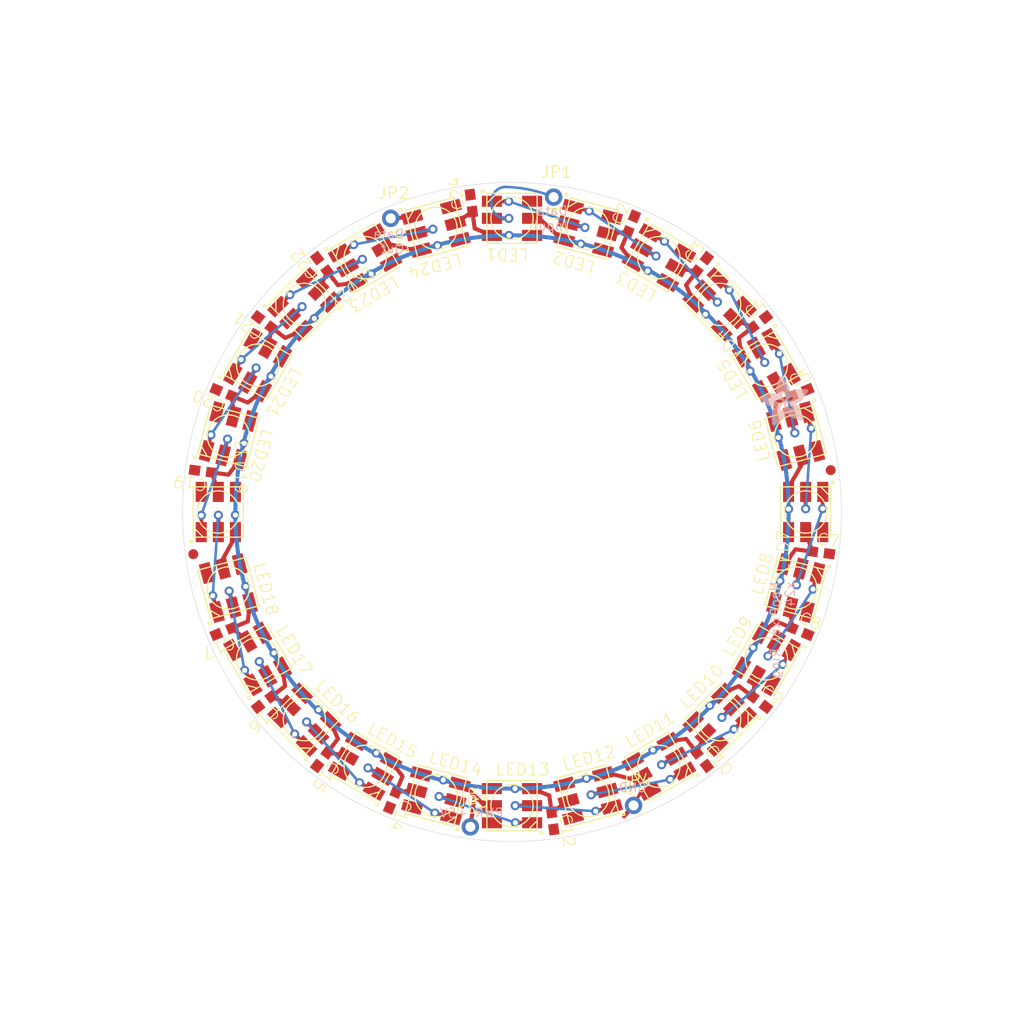
<source format=kicad_pcb>
(kicad_pcb (version 20240108) (generator "pcbnew") (generator_version "8.0")
  (layers (0 "F.Cu" signal) (31 "B.Cu" signal) (34 "B.Paste" user) (35 "F.Paste" user) (36 "B.SilkS" user "B.Silkscreen") (37 "F.SilkS" user "F.Silkscreen") (38 "B.Mask" user) (39 "F.Mask" user) (44 "Edge.Cuts" user))
  (net 0 "")
  (net 1 "N$1")
  (net 2 "N$2")
  (net 3 "N$3")
  (net 4 "N$4")
  (net 5 "N$5")
  (net 6 "N$6")
  (net 7 "N$7")
  (net 8 "N$8")
  (net 9 "N$9")
  (net 10 "N$10")
  (net 11 "N$11")
  (net 12 "GND")
  (net 13 "VDD")
  (net 14 "N$12")
  (net 15 "N$13")
  (net 16 "N$14")
  (net 17 "N$15")
  (net 18 "N$16")
  (net 19 "N$17")
  (net 20 "N$18")
  (net 21 "N$19")
  (net 22 "N$20")
  (net 23 "N$21")
  (net 24 "N$22")
  (net 25 "N$23")
  (net 26 "N$24")
  (net 27 "N$26")
  (footprint "FIDUCIAL_1MM" (layer "F.Cu") (at 180.2003 100.838)
    (property "Reference" "FID2" (hide yes))
    (property "Value" "FIDUCIAL\"\"" (hide yes))
  )
  (footprint "1X01-CLEANBIG" (layer "F.Cu") (at 160.5915 134.1882)
    (property "Reference" "JP4")
    (property "Value" "")
  )
  (footprint "WS28115050" (layer "F.Cu") (at 123.204479 119.6086 -60)
    (property "Reference" "LED17")
    (property "Value" "WS28115050")
  )
  (footprint "1X01-CLEANBIG" (layer "F.Cu") (at 144.3609 136.3218)
    (property "Reference" "JP3")
    (property "Value" "")
  )
  (footprint "WS28115050" (layer "F.Cu") (at 163.1061 130.300221 30)
    (property "Reference" "LED11")
    (property "Value" "WS28115050")
  )
  (footprint "C0603" (layer "F.Cu") (at 144.456404 74.280775 97.5)
    (property "Reference" "C24")
    (property "Value" "")
  )
  (footprint "WS28115050" (layer "F.Cu") (at 127.846582 125.658118 -45)
    (property "Reference" "LED16")
    (property "Value" "WS28115050")
  )
  (footprint "WS28115050" (layer "F.Cu") (at 133.8961 79.706979 -150)
    (property "Reference" "LED23")
    (property "Value" "WS28115050")
  )
  (footprint "C0603" (layer "F.Cu") (at 152.545796 135.726425 -82.5)
    (property "Reference" "C12")
    (property "Value" "")
  )
  (footprint "C0603" (layer "F.Cu") (at 173.085506 123.867925 -37.5)
    (property "Reference" "C9")
    (property "Value" "")
  )
  (footprint "WS28115050" (layer "F.Cu") (at 163.1061 79.706979 150)
    (property "Reference" "LED3")
    (property "Value" "WS28115050")
  )
  (footprint "C0603" (layer "F.Cu") (at 167.365425 80.419194 52.5)
    (property "Reference" "C3")
    (property "Value" "")
  )
  (footprint "WS28115050" (layer "F.Cu") (at 133.8961 130.300221 -30)
    (property "Reference" "LED15")
    (property "Value" "WS28115050")
  )
  (footprint "WS28115050" (layer "F.Cu") (at 148.5011 134.2136)
    (property "Reference" "LED13")
    (property "Value" "WS28115050")
  )
  (footprint "WS28115050" (layer "F.Cu") (at 120.286525 112.563656 -75)
    (property "Reference" "LED18")
    (property "Value" "WS28115050")
  )
  (footprint "C0603" (layer "F.Cu") (at 123.916694 123.867925 -142.5)
    (property "Reference" "C16")
    (property "Value" "")
  )
  (footprint "WS28115050" (layer "F.Cu") (at 120.286525 97.443544 -105)
    (property "Reference" "LED20")
    (property "Value" "WS28115050")
  )
  (footprint "C0603" (layer "F.Cu") (at 119.871997 116.862096 -157.5)
    (property "Reference" "C17")
    (property "Value" "")
  )
  (footprint "WS28115050" (layer "F.Cu") (at 173.797721 90.3986 120)
    (property "Reference" "LED5")
    (property "Value" "WS28115050")
  )
  (footprint "C0603" (layer "F.Cu") (at 129.636775 80.419194 127.5)
    (property "Reference" "C22")
    (property "Value" "")
  )
  (footprint "1X01-CLEANBIG" (layer "F.Cu") (at 152.6413 73.6854)
    (property "Reference" "JP1")
    (property "Value" "")
  )
  (footprint "C0603" (layer "F.Cu") (at 129.636775 129.588006 -127.5)
    (property "Reference" "C15")
    (property "Value" "")
  )
  (footprint "1X01-CLEANBIG" (layer "F.Cu") (at 136.4361 75.7936)
    (property "Reference" "JP2")
    (property "Value" "")
  )
  (footprint "WS28115050" (layer "F.Cu") (at 156.061156 76.789025 165)
    (property "Reference" "LED2")
    (property "Value" "WS28115050")
  )
  (footprint "C0603" (layer "F.Cu") (at 136.642604 133.632703 -112.5)
    (property "Reference" "C14")
    (property "Value" "")
  )
  (footprint "FIDUCIAL_1MM" (layer "F.Cu") (at 116.8019 109.1946)
    (property "Reference" "FID1" (hide yes))
    (property "Value" "FIDUCIAL\"\"" (hide yes))
  )
  (footprint "WS28115050" (layer "F.Cu") (at 123.204479 90.3986 -120)
    (property "Reference" "LED21")
    (property "Value" "WS28115050")
  )
  (footprint "C0603" (layer "F.Cu") (at 173.085506 86.139275 37.5)
    (property "Reference" "C4")
    (property "Value" "")
  )
  (footprint "C0603" (layer "F.Cu") (at 179.223925 109.048296 -7.5)
    (property "Reference" "C7")
    (property "Value" "")
  )
  (footprint "WS28115050" (layer "F.Cu") (at 140.941044 133.218175 -15)
    (property "Reference" "LED14")
    (property "Value" "WS28115050")
  )
  (footprint "WS28115050" (layer "F.Cu") (at 140.941044 76.789025 -165)
    (property "Reference" "LED24")
    (property "Value" "WS28115050")
  )
  (footprint "C0603" (layer "F.Cu") (at 167.365425 129.588006 -52.5)
    (property "Reference" "C10")
    (property "Value" "")
  )
  (footprint "C0603" (layer "F.Cu") (at 123.916694 86.139275 142.5)
    (property "Reference" "C21")
    (property "Value" "")
  )
  (footprint "C0603" (layer "F.Cu") (at 177.130203 116.862096 -22.5)
    (property "Reference" "C8")
    (property "Value" "")
  )
  (footprint "WS28115050" (layer "F.Cu") (at 176.715675 97.443544 105)
    (property "Reference" "LED6")
    (property "Value" "WS28115050")
  )
  (footprint "WS28115050" (layer "F.Cu") (at 173.797721 119.6086 60)
    (property "Reference" "LED9")
    (property "Value" "WS28115050")
  )
  (footprint "WS28115050" (layer "F.Cu") (at 169.155618 125.658118 45)
    (property "Reference" "LED10")
    (property "Value" "WS28115050")
  )
  (footprint "WS28115050" (layer "F.Cu") (at 127.846582 84.349082 -135)
    (property "Reference" "LED22")
    (property "Value" "WS28115050")
  )
  (footprint "C0603" (layer "F.Cu") (at 177.130203 93.145104 22.5)
    (property "Reference" "C5")
    (property "Value" "")
  )
  (footprint "WS28115050" (layer "F.Cu") (at 119.2911 105.0036 -90)
    (property "Reference" "LED19")
    (property "Value" "WS28115050")
  )
  (footprint "WS28115050" (layer "F.Cu") (at 176.715675 112.563656 75)
    (property "Reference" "LED8")
    (property "Value" "WS28115050")
  )
  (footprint "WS28115050" (layer "F.Cu") (at 156.061156 133.218175 15)
    (property "Reference" "LED12")
    (property "Value" "WS28115050")
  )
  (footprint "C0603" (layer "F.Cu") (at 119.871997 93.145104 157.5)
    (property "Reference" "C20")
    (property "Value" "")
  )
  (footprint "WS28115050" (layer "F.Cu") (at 177.7111 105.0036 90)
    (property "Reference" "LED7")
    (property "Value" "WS28115050")
  )
  (footprint "WS28115050" (layer "F.Cu") (at 169.155618 84.349082 135)
    (property "Reference" "LED4")
    (property "Value" "WS28115050")
  )
  (footprint "C0603" (layer "F.Cu") (at 117.778275 100.958904 172.5)
    (property "Reference" "C19")
    (property "Value" "")
  )
  (footprint "C0603" (layer "F.Cu") (at 160.359596 76.374497 67.5)
    (property "Reference" "C2")
    (property "Value" "")
  )
  (footprint "WS28115050" (layer "F.Cu") (at 148.5011 75.7936 180)
    (property "Reference" "LED1")
    (property "Value" "WS28115050")
  )
  (footprint "ADAFRUIT_5MM" (layer "B.Cu") (at 177.9651 96.3676 180)
    (property "Reference" "U$1" (hide yes))
    (property "Value" "" (hide yes))
  )
  (gr_arc (start 148.5011 72.2376) (mid 171.670161 81.834539) (end 181.2671 105.0036) (stroke (width 0.05)) (layer "Edge.Cuts"))
  (gr_arc (start 148.5011 137.7696) (mid 125.332039 128.172661) (end 115.7351 105.0036) (stroke (width 0.05)) (layer "Edge.Cuts"))
  (gr_circle (center 148.5011 105.0036) (end 174.6631 105.0036) (stroke (width 0.000253)) (fill none) (layer "Edge.Cuts"))
  (gr_arc (start 115.7351 105.0036) (mid 125.332039 81.834539) (end 148.5011 72.2376) (stroke (width 0.05)) (layer "Edge.Cuts"))
  (gr_arc (start 181.2671 105.0036) (mid 171.670161 128.172661) (end 148.5011 137.7696) (stroke (width 0.05)) (layer "Edge.Cuts"))
  (gr_text "Data\nInput" (at 154.0891 77.0636 0) (layer "B.SilkS") (effects (font (size 0.9144 0.9144) (thickness 0.1016)) (justify left bottom mirror)))
  (gr_text "PWR +5V" (at 147.7391 135.4836 0) (layer "B.SilkS") (effects (font (size 0.9144 0.9144) (thickness 0.1016)) (justify left bottom mirror)))
  (gr_text "NeoPixel Ring\nx24" (at 176.6951 111.8616 90) (layer "B.SilkS") (effects (font (size 0.9144 0.9144) (thickness 0.1016)) (justify left bottom mirror)))
  (gr_text "Data\nOut" (at 137.8331 79.3496 0) (layer "B.SilkS") (effects (font (size 0.9144 0.9144) (thickness 0.1016)) (justify left bottom mirror)))
  (gr_text "GND" (at 161.9631 132.9436 0) (layer "B.SilkS") (effects (font (size 0.9144 0.9144) (thickness 0.1016)) (justify left bottom mirror)))
  (gr_text "IN" (at 153.280364 76.064292 90) (layer "F.SilkS") (effects (font (size 0.9144 0.9144) (thickness 0.1016)) (justify left bottom)))
  (gr_text "OUT" (at 136.5631 76.8858 285) (layer "F.SilkS") (effects (font (size 0.9144 0.9144) (thickness 0.1016)) (justify left bottom)))
  (gr_text "PWR" (at 145.2753 135.2296 90) (layer "F.SilkS") (effects (font (size 0.9144 0.9144) (thickness 0.1016)) (justify left bottom)))
  (gr_text "G" (at 159.6263 133.1976 0) (layer "F.SilkS") (effects (font (size 0.9144 0.9144) (thickness 0.1016)) (justify left bottom)))
  (segment (start 154.129303 76.271388) (end 155.753053 76.708) (width 0.4064) (layer "F.Cu") (net 1))
  (segment (start 146.5011 74.0936) (end 148.164041 74.095357) (width 0.4064) (layer "F.Cu") (net 1))
  (via (at 148.164041 74.095357) (size 0.9064) (drill 0.5) (layers "F.Cu" "B.Cu") (net 1))
  (via (at 155.753053 76.708) (size 0.9064) (drill 0.5) (layers "F.Cu" "B.Cu") (net 1))
  (segment (start 148.164041 74.095357) (end 155.753053 76.708) (width 0.254) (layer "B.Cu") (net 1))
  (segment (start 161.374046 78.706979) (end 162.82924 79.549244) (width 0.4064) (layer "F.Cu") (net 2))
  (segment (start 154.569296 74.629316) (end 156.174946 75.061319) (width 0.4064) (layer "F.Cu") (net 2))
  (via (at 156.174946 75.061319) (size 0.9064) (drill 0.5) (layers "F.Cu" "B.Cu") (net 2))
  (via (at 162.82924 79.549244) (size 0.9064) (drill 0.5) (layers "F.Cu" "B.Cu") (net 2))
  (segment (start 156.174946 75.061319) (end 162.82924 79.549244) (width 0.254) (layer "B.Cu") (net 2))
  (segment (start 162.224046 77.234738) (end 163.663121 78.067663) (width 0.4064) (layer "F.Cu") (net 3))
  (segment (start 167.741403 82.934869) (end 168.92905 84.125054) (width 0.4064) (layer "F.Cu") (net 3))
  (via (at 168.92905 84.125054) (size 0.9064) (drill 0.5) (layers "F.Cu" "B.Cu") (net 3))
  (via (at 163.663121 78.067663) (size 0.9064) (drill 0.5) (layers "F.Cu" "B.Cu") (net 3))
  (segment (start 163.663121 78.067663) (end 168.92905 84.125054) (width 0.254) (layer "B.Cu") (net 3))
  (segment (start 168.943484 81.732788) (end 170.118025 82.909919) (width 0.4064) (layer "F.Cu") (net 4))
  (segment (start 172.797721 88.66655) (end 173.63694 90.123519) (width 0.4064) (layer "F.Cu") (net 4))
  (via (at 173.63694 90.123519) (size 0.9064) (drill 0.5) (layers "F.Cu" "B.Cu") (net 4))
  (via (at 170.118025 82.909919) (size 0.9064) (drill 0.5) (layers "F.Cu" "B.Cu") (net 4))
  (segment (start 170.118025 82.909919) (end 173.63694 90.123519) (width 0.254) (layer "B.Cu") (net 4))
  (segment (start 174.269962 87.81655) (end 175.099725 89.257632) (width 0.4064) (layer "F.Cu") (net 5))
  (segment (start 176.198034 95.511694) (end 176.6316 97.136204) (width 0.4064) (layer "F.Cu") (net 5))
  (via (at 176.6316 97.136204) (size 0.9064) (drill 0.5) (layers "F.Cu" "B.Cu") (net 5))
  (via (at 175.099725 89.257632) (size 0.9064) (drill 0.5) (layers "F.Cu" "B.Cu") (net 5))
  (segment (start 175.099725 89.257632) (end 176.6316 97.136204) (width 0.254) (layer "B.Cu") (net 5))
  (segment (start 177.840109 95.0717) (end 178.268884 96.678241) (width 0.4064) (layer "F.Cu") (net 6))
  (segment (start 177.7111 103.0036) (end 177.709321 104.685085) (width 0.4064) (layer "F.Cu") (net 6))
  (via (at 177.709321 104.685085) (size 0.9064) (drill 0.5) (layers "F.Cu" "B.Cu") (net 6))
  (via (at 178.268884 96.678241) (size 0.9064) (drill 0.5) (layers "F.Cu" "B.Cu") (net 6))
  (segment (start 178.268884 96.678241) (end 177.709321 104.685085) (width 0.254) (layer "B.Cu") (net 6))
  (segment (start 177.233312 110.631803) (end 176.7967 112.255553) (width 0.4064) (layer "F.Cu") (net 7))
  (segment (start 179.4111 103.0036) (end 179.409343 104.666541) (width 0.4064) (layer "F.Cu") (net 7))
  (via (at 179.409343 104.666541) (size 0.9064) (drill 0.5) (layers "F.Cu" "B.Cu") (net 7))
  (via (at 176.7967 112.255553) (size 0.9064) (drill 0.5) (layers "F.Cu" "B.Cu") (net 7))
  (segment (start 179.409343 104.666541) (end 176.7967 112.255553) (width 0.254) (layer "B.Cu") (net 7))
  (segment (start 178.875384 111.071796) (end 178.443381 112.677446) (width 0.4064) (layer "F.Cu") (net 8))
  (segment (start 174.797721 117.876546) (end 173.955456 119.33174) (width 0.4064) (layer "F.Cu") (net 8))
  (via (at 173.955456 119.33174) (size 0.9064) (drill 0.5) (layers "F.Cu" "B.Cu") (net 8))
  (via (at 178.443381 112.677446) (size 0.9064) (drill 0.5) (layers "F.Cu" "B.Cu") (net 8))
  (segment (start 178.443381 112.677446) (end 173.955456 119.33174) (width 0.254) (layer "B.Cu") (net 8))
  (segment (start 170.569831 124.243903) (end 169.379646 125.43155) (width 0.4064) (layer "F.Cu") (net 9))
  (segment (start 176.269962 118.726546) (end 175.437037 120.165621) (width 0.4064) (layer "F.Cu") (net 9))
  (via (at 169.379646 125.43155) (size 0.9064) (drill 0.5) (layers "F.Cu" "B.Cu") (net 9))
  (via (at 175.437037 120.165621) (size 0.9064) (drill 0.5) (layers "F.Cu" "B.Cu") (net 9))
  (segment (start 175.437037 120.165621) (end 169.379646 125.43155) (width 0.254) (layer "B.Cu") (net 9))
  (segment (start 171.771912 125.445984) (end 170.594781 126.620525) (width 0.4064) (layer "F.Cu") (net 10))
  (segment (start 164.83815 129.300221) (end 163.381181 130.13944) (width 0.4064) (layer "F.Cu") (net 10))
  (via (at 170.594781 126.620525) (size 0.9064) (drill 0.5) (layers "F.Cu" "B.Cu") (net 10))
  (via (at 163.381181 130.13944) (size 0.9064) (drill 0.5) (layers "F.Cu" "B.Cu") (net 10))
  (segment (start 170.594781 126.620525) (end 163.381181 130.13944) (width 0.254) (layer "B.Cu") (net 10))
  (segment (start 165.68815 130.772462) (end 164.247068 131.602225) (width 0.4064) (layer "F.Cu") (net 11))
  (segment (start 157.993006 132.700534) (end 156.368496 133.1341) (width 0.4064) (layer "F.Cu") (net 11))
  (via (at 164.247068 131.602225) (size 0.9064) (drill 0.5) (layers "F.Cu" "B.Cu") (net 11))
  (via (at 156.368496 133.1341) (size 0.9064) (drill 0.5) (layers "F.Cu" "B.Cu") (net 11))
  (segment (start 164.247068 131.602225) (end 156.368496 133.1341) (width 0.254) (layer "B.Cu") (net 11))
  (segment (start 159.6517 135.2804) (end 160.5915 134.1882) (width 0.4064) (layer "F.Cu") (net 12))
  (segment (start 160.5915 134.1882) (end 161.3281 132.842) (width 0.3048) (layer "F.Cu") (net 12))
  (segment (start 131.183125 127.573025) (end 130.462879 125.87025) (width 0.4064) (layer "F.Cu") (net 13))
  (segment (start 131.183125 82.434175) (end 133.01405 82.179222) (width 0.4064) (layer "F.Cu") (net 13))
  (segment (start 159.387793 78.72095) (end 159.679387 78.017116) (width 0.4064) (layer "F.Cu") (net 13))
  (segment (start 174.555962 95.951688) (end 174.994568 97.594166) (width 0.4064) (layer "F.Cu") (net 13))
  (segment (start 177.7111 107.0036) (end 178.381193 108.937346) (width 0.4064) (layer "F.Cu") (net 13))
  (segment (start 166.283131 128.177543) (end 166.847975 128.913653) (width 0.4064) (layer "F.Cu") (net 13))
  (segment (start 126.432369 124.243903) (end 124.591047 123.350475) (width 0.4064) (layer "F.Cu") (net 13))
  (segment (start 171.325478 89.51655) (end 172.1739 90.98966) (width 0.4064) (layer "F.Cu") (net 13))
  (segment (start 119.2911 103.0036) (end 118.621007 101.069854) (width 0.4064) (layer "F.Cu") (net 13))
  (segment (start 120.7643 107.823) (end 120.9911 107.0036) (width 0.4064) (layer "F.Cu") (net 13))
  (segment (start 142.872897 76.271388) (end 144.567354 75.123507) (width 0.4064) (layer "F.Cu") (net 13))
  (segment (start 130.154225 81.093547) (end 130.719069 81.829657) (width 0.4064) (layer "F.Cu") (net 13))
  (segment (start 122.21845 94.116907) (end 121.514616 93.825313) (width 0.4064) (layer "F.Cu") (net 13))
  (segment (start 159.387793 78.72095) (end 160.524046 80.179222) (width 0.4064) (layer "F.Cu") (net 13))
  (segment (start 125.931675 122.321575) (end 125.327157 122.785631) (width 0.4064) (layer "F.Cu") (net 13))
  (segment (start 152.214325 133.208268) (end 150.5011 132.5136) (width 0.4064) (layer "F.Cu") (net 13))
  (segment (start 148.801075 132.512053) (end 150.5011 132.5136) (width 0.4064) (layer "F.Cu") (net 13))
  (segment (start 171.070525 87.685625) (end 171.325478 89.51655) (width 0.4064) (layer "F.Cu") (net 13))
  (segment (start 171.070525 87.685625) (end 171.675043 87.221569) (width 0.4064) (layer "F.Cu") (net 13))
  (segment (start 175.487584 116.181887) (end 176.344903 116.536815) (width 0.4064) (layer "F.Cu") (net 13))
  (segment (start 166.283131 81.829657) (end 166.847975 81.093547) (width 0.4064) (layer "F.Cu") (net 13))
  (segment (start 121.514616 116.181887) (end 120.657297 116.536815) (width 0.4064) (layer "F.Cu") (net 13))
  (segment (start 127.63445 86.965379) (end 128.837438 85.764369) (width 0.4064) (layer "F.Cu") (net 13))
  (segment (start 125.931675 87.685625) (end 125.327157 87.221569) (width 0.4064) (layer "F.Cu") (net 13))
  (segment (start 161.374046 131.300221) (end 160.7947 131.6736) (width 0.4064) (layer "F.Cu") (net 13))
  (segment (start 176.0111 103.0036) (end 176.2379 102.1588) (width 0.4064) (layer "F.Cu") (net 13))
  (segment (start 139.009194 132.700534) (end 136.967885 132.847403) (width 0.4064) (layer "F.Cu") (net 13))
  (segment (start 133.01405 82.179222) (end 134.48716 81.3308) (width 0.4064) (layer "F.Cu") (net 13))
  (segment (start 170.569831 85.763297) (end 172.411153 86.656725) (width 0.4064) (layer "F.Cu") (net 13))
  (segment (start 174.78375 94.116907) (end 175.487584 93.825313) (width 0.4064) (layer "F.Cu") (net 13))
  (segment (start 122.446238 114.055512) (end 122.007632 112.413034) (width 0.4064) (layer "F.Cu") (net 13))
  (segment (start 153.689309 77.913463) (end 155.330906 78.354938) (width 0.4064) (layer "F.Cu") (net 13))
  (segment (start 174.78375 115.890293) (end 175.487584 116.181887) (width 0.4064) (layer "F.Cu") (net 13))
  (segment (start 125.676722 120.49065) (end 124.8283 119.01754) (width 0.4064) (layer "F.Cu") (net 13))
  (segment (start 118.621007 101.069854) (end 119.541038 101.190807) (width 0.4064) (layer "F.Cu") (net 13))
  (segment (start 171.070525 122.321575) (end 171.675043 122.785631) (width 0.4064) (layer "F.Cu") (net 13))
  (segment (start 121.410963 99.815391) (end 121.852438 98.173794) (width 0.4064) (layer "F.Cu") (net 13))
  (segment (start 165.819075 82.434175) (end 166.283131 81.829657) (width 0.4064) (layer "F.Cu") (net 13))
  (segment (start 122.21845 115.890293) (end 122.446238 114.055512) (width 0.4064) (layer "F.Cu") (net 13))
  (segment (start 145.8087 134.239) (end 143.8783 132.334) (width 0.4064) (layer "F.Cu") (net 13))
  (segment (start 125.931675 87.685625) (end 127.63445 86.965379) (width 0.4064) (layer "F.Cu") (net 13))
  (segment (start 174.797721 92.130654) (end 176.344903 93.470385) (width 0.4064) (layer "F.Cu") (net 13))
  (segment (start 159.679387 78.017116) (end 160.034315 77.159797) (width 0.4064) (layer "F.Cu") (net 13))
  (segment (start 119.6721 109.8042) (end 120.7643 107.823) (width 0.4064) (layer "F.Cu") (net 13))
  (segment (start 144.787875 76.798932) (end 144.688307 76.043538) (width 0.4064) (layer "F.Cu") (net 13))
  (segment (start 175.591237 110.191809) (end 175.149762 111.833406) (width 0.4064) (layer "F.Cu") (net 13))
  (segment (start 137.322813 131.990084) (end 136.967885 132.847403) (width 0.4064) (layer "F.Cu") (net 13))
  (segment (start 146.5011 134.2136) (end 145.8087 134.239) (width 0.4064) (layer "F.Cu") (net 13))
  (segment (start 151.3205 75.8952) (end 153.0223 77.4954) (width 0.4064) (layer "F.Cu") (net 13))
  (segment (start 176.198034 114.495506) (end 176.344903 116.536815) (width 0.4064) (layer "F.Cu") (net 13))
  (segment (start 164.83815 80.706979) (end 166.847975 81.093547) (width 0.4064) (layer "F.Cu") (net 13))
  (segment (start 165.819075 127.573025) (end 163.98815 127.827978) (width 0.4064) (layer "F.Cu") (net 13))
  (segment (start 144.688307 76.043538) (end 144.567354 75.123507) (width 0.4064) (layer "F.Cu") (net 13))
  (segment (start 143.8783 132.334) (end 143.312891 132.093737) (width 0.4064) (layer "F.Cu") (net 13))
  (segment (start 154.129303 133.735812) (end 152.434846 134.883693) (width 0.4064) (layer "F.Cu") (net 13))
  (segment (start 131.183125 127.573025) (end 130.719069 128.177543) (width 0.4064) (layer "F.Cu") (net 13))
  (segment (start 152.313893 133.963662) (end 152.434846 134.883693) (width 0.4064) (layer "F.Cu") (net 13))
  (segment (start 165.819075 127.573025) (end 166.283131 128.177543) (width 0.4064) (layer "F.Cu") (net 13))
  (segment (start 135.628154 78.706979) (end 136.4107 78.3844) (width 0.4064) (layer "F.Cu") (net 13))
  (segment (start 167.741403 127.072331) (end 166.847975 128.913653) (width 0.4064) (layer "F.Cu") (net 13))
  (segment (start 129.260797 82.934869) (end 130.154225 81.093547) (width 0.4064) (layer "F.Cu") (net 13))
  (segment (start 157.993006 77.306666) (end 160.034315 77.159797) (width 0.4064) (layer "F.Cu") (net 13))
  (segment (start 119.768888 110.631803) (end 119.6721 109.8042) (width 0.4064) (layer "F.Cu") (net 13))
  (segment (start 143.312891 132.093737) (end 141.671294 131.652262) (width 0.4064) (layer "F.Cu") (net 13))
  (segment (start 160.7947 131.6736) (end 158.2547 131.0132) (width 0.4064) (layer "F.Cu") (net 13))
  (segment (start 122.21845 94.116907) (end 123.676722 92.980654) (width 0.4064) (layer "F.Cu") (net 13))
  (segment (start 144.3609 136.3218) (end 144.7927 133.2992) (width 0.4064) (layer "F.Cu") (net 13))
  (segment (start 176.0111 103.0036) (end 176.009553 104.703625) (width 0.4064) (layer "F.Cu") (net 13))
  (segment (start 171.675043 122.785631) (end 172.411153 123.350475) (width 0.4064) (layer "F.Cu") (net 13))
  (segment (start 158.2547 131.0132) (end 157.553012 131.058462) (width 0.4064) (layer "F.Cu") (net 13))
  (segment (start 125.327157 87.221569) (end 124.591047 86.656725) (width 0.4064) (layer "F.Cu") (net 13))
  (segment (start 166.539321 84.13695) (end 167.740331 85.339938) (width 0.4064) (layer "F.Cu") (net 13))
  (segment (start 163.98815 127.827978) (end 162.51504 128.6764) (width 0.4064) (layer "F.Cu") (net 13))
  (segment (start 174.78375 115.890293) (end 173.325478 117.026546) (width 0.4064) (layer "F.Cu") (net 13))
  (segment (start 122.204479 117.876546) (end 120.657297 116.536815) (width 0.4064) (layer "F.Cu") (net 13))
  (segment (start 122.21845 115.890293) (end 121.514616 116.181887) (width 0.4064) (layer "F.Cu") (net 13))
  (segment (start 177.4063 100.1268) (end 177.233312 99.375397) (width 0.4064) (layer "F.Cu") (net 13))
  (segment (start 171.675043 87.221569) (end 172.411153 86.656725) (width 0.4064) (layer "F.Cu") (net 13))
  (segment (start 131.183125 82.434175) (end 130.719069 81.829657) (width 0.4064) (layer "F.Cu") (net 13))
  (segment (start 173.325478 117.026546) (end 172.474128 118.497859) (width 0.4064) (layer "F.Cu") (net 13))
  (segment (start 176.705768 108.716825) (end 175.591237 110.191809) (width 0.4064) (layer "F.Cu") (net 13))
  (segment (start 124.204479 88.66655) (end 124.591047 86.656725) (width 0.4064) (layer "F.Cu") (net 13))
  (segment (start 120.804166 95.511694) (end 120.657297 93.470385) (width 0.4064) (layer "F.Cu") (net 13))
  (segment (start 175.487584 93.825313) (end 176.344903 93.470385) (width 0.4064) (layer "F.Cu") (net 13))
  (segment (start 150.5011 75.7936) (end 151.3205 75.8952) (width 0.4064) (layer "F.Cu") (net 13))
  (segment (start 120.296432 101.290375) (end 119.541038 101.190807) (width 0.4064) (layer "F.Cu") (net 13))
  (segment (start 137.614407 131.28625) (end 136.478154 129.827978) (width 0.4064) (layer "F.Cu") (net 13))
  (segment (start 138.7729 78.9686) (end 139.449188 78.948738) (width 0.4064) (layer "F.Cu") (net 13))
  (segment (start 153.0223 77.4954) (end 153.689309 77.913463) (width 0.4064) (layer "F.Cu") (net 13))
  (segment (start 169.36775 123.041821) (end 168.164762 124.242831) (width 0.4064) (layer "F.Cu") (net 13))
  (segment (start 124.591047 123.350475) (end 125.327157 122.785631) (width 0.4064) (layer "F.Cu") (net 13))
  (segment (start 125.931675 122.321575) (end 125.676722 120.49065) (width 0.4064) (layer "F.Cu") (net 13))
  (segment (start 144.787875 76.798932) (end 146.5011 77.4936) (width 0.4064) (layer "F.Cu") (net 13))
  (segment (start 157.553012 131.058462) (end 155.910534 131.497068) (width 0.4064) (layer "F.Cu") (net 13))
  (segment (start 139.449188 78.948738) (end 141.091666 78.510132) (width 0.4064) (layer "F.Cu") (net 13))
  (segment (start 137.614407 131.28625) (end 137.322813 131.990084) (width 0.4064) (layer "F.Cu") (net 13))
  (segment (start 176.2379 102.1588) (end 177.4063 100.1268) (width 0.4064) (layer "F.Cu") (net 13))
  (segment (start 176.705768 108.716825) (end 177.461162 108.816393) (width 0.4064) (layer "F.Cu") (net 13))
  (segment (start 136.4107 78.3844) (end 138.7729 78.9686) (width 0.4064) (layer "F.Cu") (net 13))
  (segment (start 171.070525 122.321575) (end 169.36775 123.041821) (width 0.4064) (layer "F.Cu") (net 13))
  (segment (start 120.296432 101.290375) (end 121.410963 99.815391) (width 0.4064) (layer "F.Cu") (net 13))
  (segment (start 146.5011 77.4936) (end 148.201125 77.495147) (width 0.4064) (layer "F.Cu") (net 13))
  (segment (start 165.819075 82.434175) (end 166.539321 84.13695) (width 0.4064) (layer "F.Cu") (net 13))
  (segment (start 136.478154 129.827978) (end 135.006841 128.976628) (width 0.4064) (layer "F.Cu") (net 13))
  (segment (start 120.9911 107.0036) (end 120.992647 105.303575) (width 0.4064) (layer "F.Cu") (net 13))
  (segment (start 172.797721 121.34065) (end 172.411153 123.350475) (width 0.4064) (layer "F.Cu") (net 13))
  (segment (start 152.214325 133.208268) (end 152.313893 133.963662) (width 0.4064) (layer "F.Cu") (net 13))
  (segment (start 132.16405 129.300221) (end 130.154225 128.913653) (width 0.4064) (layer "F.Cu") (net 13))
  (segment (start 130.154225 128.913653) (end 130.719069 128.177543) (width 0.4064) (layer "F.Cu") (net 13))
  (segment (start 123.676722 92.980654) (end 124.528072 91.509341) (width 0.4064) (layer "F.Cu") (net 13))
  (segment (start 160.524046 80.179222) (end 161.995359 81.030572) (width 0.4064) (layer "F.Cu") (net 13))
  (segment (start 130.462879 125.87025) (end 129.261869 124.667262) (width 0.4064) (layer "F.Cu") (net 13))
  (segment (start 174.78375 94.116907) (end 174.555962 95.951688) (width 0.4064) (layer "F.Cu") (net 13))
  (segment (start 177.461162 108.816393) (end 178.381193 108.937346) (width 0.4064) (layer "F.Cu") (net 13))
  (segment (start 120.657297 93.470385) (end 121.514616 93.825313) (width 0.4064) (layer "F.Cu") (net 13))
  (via (at 148.801075 132.512053) (size 0.9064) (drill 0.5) (layers "F.Cu" "B.Cu") (net 13))
  (via (at 141.671294 131.652262) (size 0.9064) (drill 0.5) (layers "F.Cu" "B.Cu") (net 13))
  (via (at 141.091666 78.510132) (size 0.9064) (drill 0.5) (layers "F.Cu" "B.Cu") (net 13))
  (via (at 148.201125 77.495147) (size 0.9064) (drill 0.5) (layers "F.Cu" "B.Cu") (net 13))
  (via (at 121.852438 98.173794) (size 0.9064) (drill 0.5) (layers "F.Cu" "B.Cu") (net 13))
  (via (at 172.474128 118.497859) (size 0.9064) (drill 0.5) (layers "F.Cu" "B.Cu") (net 13))
  (via (at 172.1739 90.98966) (size 0.9064) (drill 0.5) (layers "F.Cu" "B.Cu") (net 13))
  (via (at 162.51504 128.6764) (size 0.9064) (drill 0.5) (layers "F.Cu" "B.Cu") (net 13))
  (via (at 129.261869 124.667262) (size 0.9064) (drill 0.5) (layers "F.Cu" "B.Cu") (net 13))
  (via (at 134.48716 81.3308) (size 0.9064) (drill 0.5) (layers "F.Cu" "B.Cu") (net 13))
  (via (at 155.910534 131.497068) (size 0.9064) (drill 0.5) (layers "F.Cu" "B.Cu") (net 13))
  (via (at 128.837438 85.764369) (size 0.9064) (drill 0.5) (layers "F.Cu" "B.Cu") (net 13))
  (via (at 120.992647 105.303575) (size 0.9064) (drill 0.5) (layers "F.Cu" "B.Cu") (net 13))
  (via (at 176.009553 104.703625) (size 0.9064) (drill 0.5) (layers "F.Cu" "B.Cu") (net 13))
  (via (at 124.8283 119.01754) (size 0.9064) (drill 0.5) (layers "F.Cu" "B.Cu") (net 13))
  (via (at 175.149762 111.833406) (size 0.9064) (drill 0.5) (layers "F.Cu" "B.Cu") (net 13))
  (via (at 124.528072 91.509341) (size 0.9064) (drill 0.5) (layers "F.Cu" "B.Cu") (net 13))
  (via (at 161.995359 81.030572) (size 0.9064) (drill 0.5) (layers "F.Cu" "B.Cu") (net 13))
  (via (at 122.007632 112.413034) (size 0.9064) (drill 0.5) (layers "F.Cu" "B.Cu") (net 13))
  (via (at 155.330906 78.354938) (size 0.9064) (drill 0.5) (layers "F.Cu" "B.Cu") (net 13))
  (via (at 168.164762 124.242831) (size 0.9064) (drill 0.5) (layers "F.Cu" "B.Cu") (net 13))
  (via (at 135.006841 128.976628) (size 0.9064) (drill 0.5) (layers "F.Cu" "B.Cu") (net 13))
  (via (at 167.740331 85.339938) (size 0.9064) (drill 0.5) (layers "F.Cu" "B.Cu") (net 13))
  (via (at 174.994568 97.594166) (size 0.9064) (drill 0.5) (layers "F.Cu" "B.Cu") (net 13))
  (segment (start 176.009553 105.303575) (end 176.009553 104.703625) (width 0.4064) (layer "B.Cu") (net 13))
  (segment (start 120.992647 104.703625) (end 120.992647 105.303575) (width 0.4064) (layer "B.Cu") (net 13))
  (segment (start 148.201125 132.512053) (end 148.801075 132.512053) (width 0.4064) (layer "B.Cu") (net 13))
  (arc (start 176.009553 104.703625) (mid 167.827431 85.251218) (end 148.201041 77.4957) (width 0.4064) (layer "B.Cu") (net 13))
  (arc (start 148.201125 77.495147) (mid 128.961826 85.464326) (end 120.992647 104.703625) (width 0.4064) (layer "B.Cu") (net 13))
  (arc (start 148.801075 132.512053) (mid 168.040374 124.542874) (end 176.009553 105.303575) (width 0.4064) (layer "B.Cu") (net 13))
  (arc (start 120.992647 105.303575) (mid 128.961826 124.542874) (end 148.201125 132.512053) (width 0.4064) (layer "B.Cu") (net 13))
  (segment (start 150.5011 134.2136) (end 148.819615 134.211821) (width 0.4064) (layer "F.Cu") (net 14))
  (segment (start 158.433 134.342609) (end 156.826459 134.771384) (width 0.4064) (layer "F.Cu") (net 14))
  (via (at 148.819615 134.211821) (size 0.9064) (drill 0.5) (layers "F.Cu" "B.Cu") (net 14))
  (via (at 156.826459 134.771384) (size 0.9064) (drill 0.5) (layers "F.Cu" "B.Cu") (net 14))
  (segment (start 156.826459 134.771384) (end 148.819615 134.211821) (width 0.254) (layer "B.Cu") (net 14))
  (segment (start 150.5011 135.9136) (end 148.838159 135.911843) (width 0.4064) (layer "F.Cu") (net 15))
  (segment (start 142.872897 133.735812) (end 141.249147 133.2992) (width 0.4064) (layer "F.Cu") (net 15))
  (via (at 148.838159 135.911843) (size 0.9064) (drill 0.5) (layers "F.Cu" "B.Cu") (net 15))
  (via (at 141.249147 133.2992) (size 0.9064) (drill 0.5) (layers "F.Cu" "B.Cu") (net 15))
  (segment (start 148.838159 135.911843) (end 141.249147 133.2992) (width 0.254) (layer "B.Cu") (net 15))
  (segment (start 142.432904 135.377884) (end 140.827254 134.945881) (width 0.4064) (layer "F.Cu") (net 16))
  (segment (start 135.628154 131.300221) (end 134.17296 130.457956) (width 0.4064) (layer "F.Cu") (net 16))
  (via (at 140.827254 134.945881) (size 0.9064) (drill 0.5) (layers "F.Cu" "B.Cu") (net 16))
  (via (at 134.17296 130.457956) (size 0.9064) (drill 0.5) (layers "F.Cu" "B.Cu") (net 16))
  (segment (start 140.827254 134.945881) (end 134.17296 130.457956) (width 0.254) (layer "B.Cu") (net 16))
  (segment (start 128.07315 125.882146) (end 129.260797 127.072331) (width 0.4064) (layer "F.Cu") (net 17))
  (segment (start 134.778154 132.772462) (end 133.339079 131.939537) (width 0.4064) (layer "F.Cu") (net 17))
  (via (at 133.339079 131.939537) (size 0.9064) (drill 0.5) (layers "F.Cu" "B.Cu") (net 17))
  (via (at 128.07315 125.882146) (size 0.9064) (drill 0.5) (layers "F.Cu" "B.Cu") (net 17))
  (segment (start 133.339079 131.939537) (end 128.07315 125.882146) (width 0.254) (layer "B.Cu") (net 17))
  (segment (start 124.204479 121.34065) (end 123.36526 119.883681) (width 0.4064) (layer "F.Cu") (net 18))
  (segment (start 128.058716 128.274412) (end 126.884175 127.097281) (width 0.4064) (layer "F.Cu") (net 18))
  (via (at 123.36526 119.883681) (size 0.9064) (drill 0.5) (layers "F.Cu" "B.Cu") (net 18))
  (via (at 126.884175 127.097281) (size 0.9064) (drill 0.5) (layers "F.Cu" "B.Cu") (net 18))
  (segment (start 126.884175 127.097281) (end 123.36526 119.883681) (width 0.254) (layer "B.Cu") (net 18))
  (segment (start 122.732238 122.19065) (end 121.902475 120.749568) (width 0.4064) (layer "F.Cu") (net 19))
  (segment (start 120.804166 114.495506) (end 120.3706 112.870996) (width 0.4064) (layer "F.Cu") (net 19))
  (via (at 121.902475 120.749568) (size 0.9064) (drill 0.5) (layers "F.Cu" "B.Cu") (net 19))
  (via (at 120.3706 112.870996) (size 0.9064) (drill 0.5) (layers "F.Cu" "B.Cu") (net 19))
  (segment (start 121.902475 120.749568) (end 120.3706 112.870996) (width 0.254) (layer "B.Cu") (net 19))
  (segment (start 119.162091 114.9355) (end 118.733316 113.328959) (width 0.4064) (layer "F.Cu") (net 20))
  (segment (start 119.2911 107.0036) (end 119.292879 105.322115) (width 0.4064) (layer "F.Cu") (net 20))
  (via (at 118.733316 113.328959) (size 0.9064) (drill 0.5) (layers "F.Cu" "B.Cu") (net 20))
  (via (at 119.292879 105.322115) (size 0.9064) (drill 0.5) (layers "F.Cu" "B.Cu") (net 20))
  (segment (start 118.733316 113.328959) (end 119.292879 105.322115) (width 0.254) (layer "B.Cu") (net 20))
  (segment (start 117.5911 107.0036) (end 117.592857 105.340659) (width 0.4064) (layer "F.Cu") (net 21))
  (segment (start 119.768888 99.375397) (end 120.2055 97.751647) (width 0.4064) (layer "F.Cu") (net 21))
  (via (at 117.592857 105.340659) (size 0.9064) (drill 0.5) (layers "F.Cu" "B.Cu") (net 21))
  (via (at 120.2055 97.751647) (size 0.9064) (drill 0.5) (layers "F.Cu" "B.Cu") (net 21))
  (segment (start 117.592857 105.340659) (end 120.2055 97.751647) (width 0.254) (layer "B.Cu") (net 21))
  (segment (start 118.126816 98.935404) (end 118.558819 97.329754) (width 0.4064) (layer "F.Cu") (net 22))
  (segment (start 122.204479 92.130654) (end 123.046744 90.67546) (width 0.4064) (layer "F.Cu") (net 22))
  (via (at 123.046744 90.67546) (size 0.9064) (drill 0.5) (layers "F.Cu" "B.Cu") (net 22))
  (via (at 118.558819 97.329754) (size 0.9064) (drill 0.5) (layers "F.Cu" "B.Cu") (net 22))
  (segment (start 118.558819 97.329754) (end 123.046744 90.67546) (width 0.254) (layer "B.Cu") (net 22))
  (segment (start 120.732238 91.280654) (end 121.565163 89.841579) (width 0.4064) (layer "F.Cu") (net 23))
  (segment (start 126.432369 85.763297) (end 127.622554 84.57565) (width 0.4064) (layer "F.Cu") (net 23))
  (via (at 121.565163 89.841579) (size 0.9064) (drill 0.5) (layers "F.Cu" "B.Cu") (net 23))
  (via (at 127.622554 84.57565) (size 0.9064) (drill 0.5) (layers "F.Cu" "B.Cu") (net 23))
  (segment (start 121.565163 89.841579) (end 127.622554 84.57565) (width 0.254) (layer "B.Cu") (net 23))
  (segment (start 132.16405 80.706979) (end 133.621019 79.86776) (width 0.4064) (layer "F.Cu") (net 24))
  (segment (start 125.230288 84.561216) (end 126.407419 83.386675) (width 0.4064) (layer "F.Cu") (net 24))
  (via (at 126.407419 83.386675) (size 0.9064) (drill 0.5) (layers "F.Cu" "B.Cu") (net 24))
  (via (at 133.621019 79.86776) (size 0.9064) (drill 0.5) (layers "F.Cu" "B.Cu") (net 24))
  (segment (start 126.407419 83.386675) (end 133.621019 79.86776) (width 0.254) (layer "B.Cu") (net 24))
  (segment (start 131.31405 79.234738) (end 132.755132 78.404975) (width 0.4064) (layer "F.Cu") (net 25))
  (segment (start 139.009194 77.306666) (end 140.633704 76.8731) (width 0.4064) (layer "F.Cu") (net 25))
  (via (at 140.633704 76.8731) (size 0.9064) (drill 0.5) (layers "F.Cu" "B.Cu") (net 25))
  (via (at 132.755132 78.404975) (size 0.9064) (drill 0.5) (layers "F.Cu" "B.Cu") (net 25))
  (segment (start 132.755132 78.404975) (end 140.633704 76.8731) (width 0.254) (layer "B.Cu") (net 25))
  (segment (start 138.5692 75.664591) (end 136.4361 75.7936) (width 0.4064) (layer "F.Cu") (net 26))
  (segment (start 146.5011 75.7936) (end 148.182585 75.795379) (width 0.4064) (layer "F.Cu") (net 27))
  (via (at 148.182585 75.795379) (size 0.9064) (drill 0.5) (layers "F.Cu" "B.Cu") (net 27))
  (segment (start 148.182585 75.795379) (end 147.740879 75.795379) (width 0.254) (layer "B.Cu") (net 27))
  (arc (start 146.4691 74.2696) (mid 146.772688 73.206474) (end 147.7391 72.6694) (width 0.254) (layer "B.Cu") (net 27))
  (arc (start 147.7391 72.6694) (mid 150.238455 72.94457) (end 152.6413 73.6854) (width 0.254) (layer "B.Cu") (net 27))
  (arc (start 147.740879 75.795379) (mid 146.78899 75.295884) (end 146.4691 74.2696) (width 0.254) (layer "B.Cu") (net 27))
)
</source>
